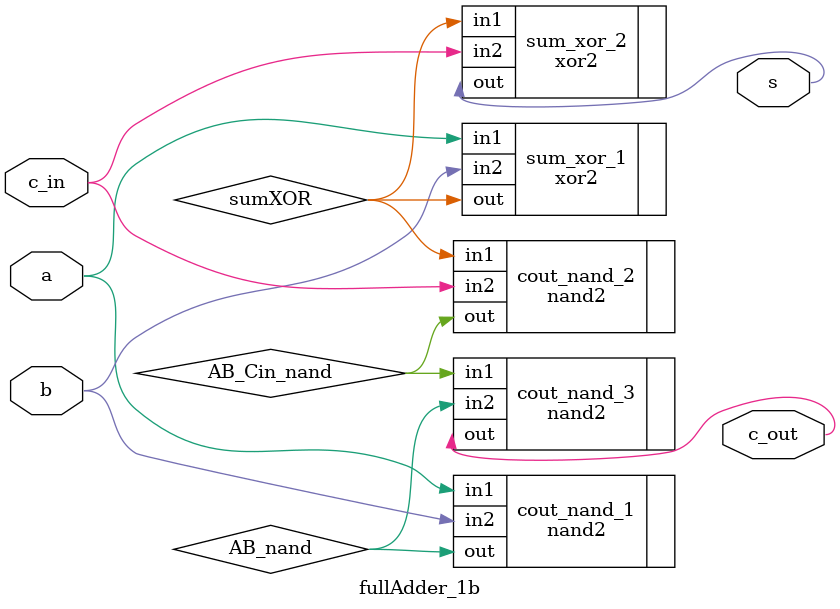
<source format=v>
/*
    CS/ECE 552 FALL '22
    Homework #2, Problem 1
    
    a 1-bit full adder
*/
module fullAdder_1b(s, c_out, a, b, c_in);
    output s;
    output c_out;
    input  a, b;
    input  c_in;

    // YOUR CODE HERE

    wire sumXOR;
    wire AB_nand;
    wire AB_Cin_nand;

    xor2 sum_xor_1 (.out(sumXOR), .in1(a), .in2(b));
    xor2 sum_xor_2 (.out(s), .in1(sumXOR), .in2(c_in));

    // finding Cout
    nand2 cout_nand_1 (.out(AB_nand), .in1(a), .in2(b));

    nand2 cout_nand_2 (.out(AB_Cin_nand), .in1(sumXOR), .in2(c_in));
    nand2 cout_nand_3 (.out(c_out), .in1(AB_Cin_nand), .in2(AB_nand));

endmodule

</source>
